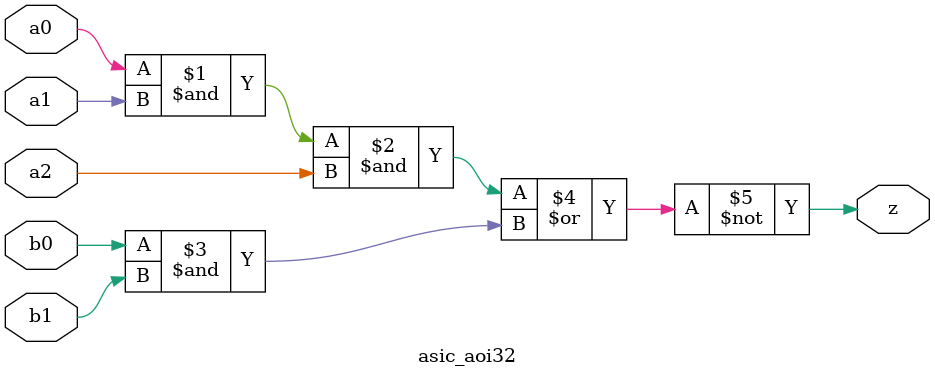
<source format=v>
module asic_aoi32(	// file.cleaned.mlir:2:3
  input  a0,	// file.cleaned.mlir:2:28
         a1,	// file.cleaned.mlir:2:41
         a2,	// file.cleaned.mlir:2:54
         b0,	// file.cleaned.mlir:2:67
         b1,	// file.cleaned.mlir:2:80
  output z	// file.cleaned.mlir:2:94
);

  assign z = ~(a0 & a1 & a2 | b0 & b1);	// file.cleaned.mlir:4:10, :5:10, :6:10, :7:10, :8:5
endmodule


</source>
